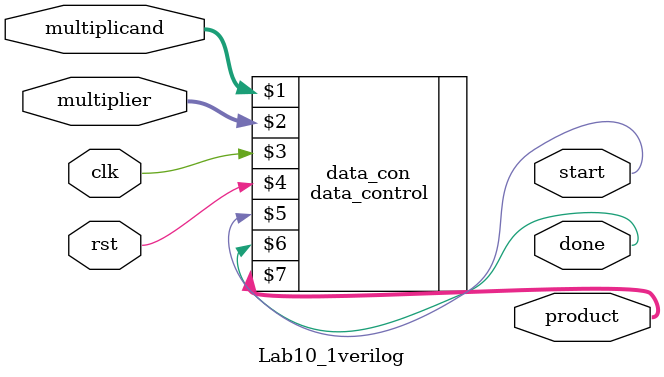
<source format=v>
`timescale 1ns / 1ps


module Lab10_1verilog(
    input [2:0] multiplicand,
    input [2:0] multiplier,
    input clk,rst,
    output [5:0] product,
    output start, done
    );
    
    data_control data_con(multiplicand, multiplier, clk,rst, start, done, product);
    
endmodule

</source>
